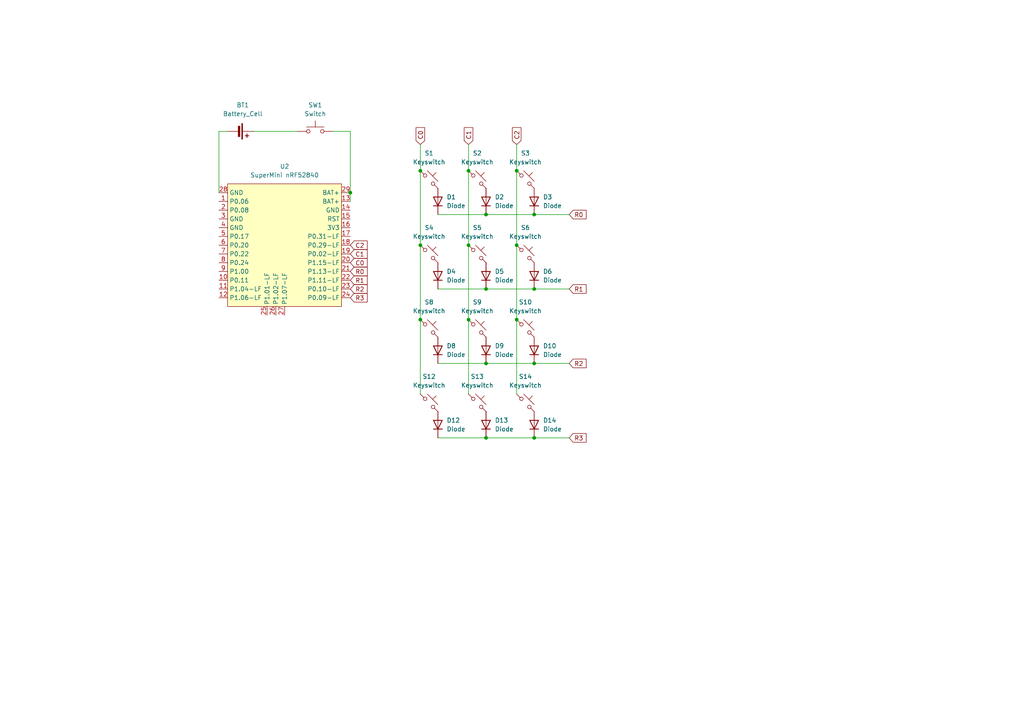
<source format=kicad_sch>
(kicad_sch (version 20250114) (generator "eeschema") (generator_version "9.0")
  (paper "A4")
  (lib_symbols
    (symbol "Device:Battery_Cell" (pin_numbers (hide yes)) (pin_names (offset 0) (hide yes))
      (property "Reference" "BT" (at 2.54 2.54 0))
      (property "Value" "Battery_Cell" (at 2.54 0 0))
      (symbol "Battery_Cell_0_1"
        (rectangle (start -2.286 1.778) (end 2.286 1.524) (fill (type outline)))
        (rectangle (start -1.524 1.016) (end 1.524 0.508) (fill (type outline)))
        (polyline (pts (xy 0 1.778) (xy 0 2.54)))
        (polyline (pts (xy 0 0.762) (xy 0 0)))
        (polyline (pts (xy 0.762 3.048) (xy 1.778 3.048)) (stroke (width 0.254)))
        (polyline (pts (xy 1.27 3.556) (xy 1.27 2.54)) (stroke (width 0.254)))
      )
      (symbol "Battery_Cell_1_1"
        (pin passive line (at 0 5.08 270) (length 2.54) (name "+") (number "1"))
        (pin passive line (at 0 -2.54 90) (length 2.54) (name "-") (number "2"))
      )
    )
    (symbol "PCM_marbastlib-promicroish:SuperMini_nRF52840" (in_bom no)
      (property "Reference" "U" (at 0 22.86 0))
      (property "Value" "SuperMini nRF52840" (at 0 20.32 0))
      (symbol "SuperMini_nRF52840_0_0"
        (pin bidirectional line (at -19.05 13.97 0) (length 2.54) (name "P0.06") (number "1"))
        (pin bidirectional line (at -19.05 11.43 0) (length 2.54) (name "P0.08") (number "2"))
        (pin power_out line (at -19.05 8.89 0) (length 2.54) (name "GND") (number "3"))
        (pin power_out line (at -19.05 6.35 0) (length 2.54) (name "GND") (number "4"))
        (pin bidirectional line (at -19.05 3.81 0) (length 2.54) (name "P0.17") (number "5"))
        (pin bidirectional line (at -19.05 1.27 0) (length 2.54) (name "P0.20") (number "6"))
        (pin bidirectional line (at -19.05 -1.27 0) (length 2.54) (name "P0.22") (number "7"))
        (pin bidirectional line (at -19.05 -3.81 0) (length 2.54) (name "P0.24") (number "8"))
        (pin bidirectional line (at -19.05 -6.35 0) (length 2.54) (name "P1.00") (number "9"))
        (pin bidirectional line (at -19.05 -8.89 0) (length 2.54) (name "P0.11") (number "10"))
        (pin bidirectional line (at -19.05 -11.43 0) (length 2.54) (name "P1.04-LF") (number "11"))
        (pin bidirectional line (at -19.05 -13.97 0) (length 2.54) (name "P1.06-LF") (number "12"))
        (pin power_out line (at 19.05 11.43 180) (length 2.54) (name "GND") (number "14"))
        (pin bidirectional line (at 19.05 8.89 180) (length 2.54) (name "RST") (number "15"))
        (pin bidirectional line (at 19.05 3.81 180) (length 2.54) (name "P0.31-LF") (number "17"))
        (pin bidirectional line (at 19.05 1.27 180) (length 2.54) (name "P0.29-LF") (number "18"))
        (pin bidirectional line (at 19.05 -1.27 180) (length 2.54) (name "P0.02-LF") (number "19"))
        (pin bidirectional line (at 19.05 -3.81 180) (length 2.54) (name "P1.15-LF") (number "20"))
        (pin bidirectional line (at 19.05 -6.35 180) (length 2.54) (name "P1.13-LF") (number "21"))
        (pin bidirectional line (at 19.05 -8.89 180) (length 2.54) (name "P1.11-LF") (number "22"))
        (pin bidirectional line (at 19.05 -13.97 180) (length 2.54) (name "P0.09-LF") (number "24"))
      )
      (symbol "SuperMini_nRF52840_1_0"
        (pin power_out line (at -19.05 16.51 0) (length 2.54) (name "GND") (number "28"))
        (pin bidirectional line (at -5.08 -19.05 90) (length 2.54) (name "P1.01-LF") (number "25"))
        (pin bidirectional line (at -2.54 -19.05 90) (length 2.54) (name "P1.02-LF") (number "26"))
        (pin bidirectional line (at 0 -19.05 90) (length 2.54) (name "P1.07-LF") (number "27"))
        (pin power_out line (at 19.05 16.51 180) (length 2.54) (name "BAT+") (number "29"))
        (pin power_out line (at 19.05 13.97 180) (length 2.54) (name "BAT+") (number "13"))
        (pin power_out line (at 19.05 6.35 180) (length 2.54) (name "3V3") (number "16"))
        (pin bidirectional line (at 19.05 -11.43 180) (length 2.54) (name "P0.10-LF") (number "23"))
      )
      (symbol "SuperMini_nRF52840_1_1"
        (rectangle (start -16.51 19.05) (end 16.51 -16.51) (fill (type background)))
      )
    )
    (symbol "ScottoKeebs:Placeholder_Diode" (pin_numbers (hide yes)) (pin_names (hide yes))
      (property "Reference" "D" (at 0 2.54 0))
      (property "Value" "Diode" (at 0 -2.54 0))
      (symbol "Placeholder_Diode_0_1"
        (polyline (pts (xy -1.27 1.27) (xy -1.27 -1.27)) (stroke (width 0.254)))
        (polyline (pts (xy 1.27 1.27) (xy 1.27 -1.27) (xy -1.27 0) (xy 1.27 1.27)) (stroke (width 0.254)))
        (polyline (pts (xy 1.27 0) (xy -1.27 0)))
      )
      (symbol "Placeholder_Diode_1_1"
        (pin passive line (at -3.81 0 0) (length 2.54) (name "K") (number "1"))
        (pin passive line (at 3.81 0 180) (length 2.54) (name "A") (number "2"))
      )
    )
    (symbol "ScottoKeebs:Placeholder_Keyswitch" (pin_numbers (hide yes)) (pin_names (offset 1.016) (hide yes))
      (property "Reference" "S" (at 3.048 1.016 0))
      (property "Value" "Keyswitch" (at 0 -3.81 0))
      (symbol "Placeholder_Keyswitch_0_1"
        (polyline (pts (xy -2.54 2.54) (xy -1.524 1.524) (xy -1.524 1.524)))
        (circle (center -1.1684 1.1684) (radius 0.508))
        (polyline (pts (xy -0.508 2.54) (xy 2.54 -0.508)))
        (polyline (pts (xy 1.016 1.016) (xy 2.032 2.032)))
        (circle (center 1.143 -1.1938) (radius 0.508))
        (polyline (pts (xy 1.524 -1.524) (xy 2.54 -2.54) (xy 2.54 -2.54) (xy 2.54 -2.54)))
        (pin passive line (at -2.54 2.54 0) (length 0) (name "1") (number "1"))
        (pin passive line (at 2.54 -2.54 180) (length 0) (name "2") (number "2"))
      )
    )
    (symbol "ScottoKeebs:Placeholder_Switch" (pin_numbers (hide yes)) (pin_names (offset 1.016) (hide yes))
      (property "Reference" "SW" (at 1.27 2.54 0))
      (property "Value" "Switch" (at 0 -1.524 0))
      (symbol "Placeholder_Switch_0_1"
        (circle (center -2.032 0) (radius 0.508))
        (polyline (pts (xy 0 1.27) (xy 0 3.048)))
        (circle (center 2.032 0) (radius 0.508))
        (polyline (pts (xy 2.54 1.27) (xy -2.54 1.27)))
        (pin passive line (at -5.08 0 0) (length 2.54) (name "1") (number "1"))
        (pin passive line (at 5.08 0 180) (length 2.54) (name "2") (number "2"))
      )
    )
  )
  (junction (at 149.86 71.12))
  (junction (at 140.97 105.41))
  (junction (at 154.94 83.82))
  (junction (at 135.89 71.12))
  (junction (at 154.94 105.41))
  (junction (at 140.97 62.23))
  (junction (at 154.94 62.23))
  (junction (at 121.92 71.12))
  (junction (at 135.89 92.71))
  (junction (at 140.97 127))
  (junction (at 121.92 92.71))
  (junction (at 149.86 49.53))
  (junction (at 101.6 55.88))
  (junction (at 140.97 83.82))
  (junction (at 154.94 127))
  (junction (at 149.86 92.71))
  (junction (at 135.89 49.53))
  (junction (at 121.92 49.53))
  (wire (pts (xy 127 105.41) (xy 140.97 105.41)))
  (wire (pts (xy 149.86 49.53) (xy 149.86 71.12)))
  (wire (pts (xy 140.97 127) (xy 154.94 127)))
  (wire (pts (xy 121.92 71.12) (xy 121.92 92.71)))
  (wire (pts (xy 101.6 55.88) (xy 101.6 58.42)))
  (wire (pts (xy 127 83.82) (xy 140.97 83.82)))
  (wire (pts (xy 165.1 83.82) (xy 154.94 83.82)))
  (wire (pts (xy 165.1 105.41) (xy 154.94 105.41)))
  (wire (pts (xy 149.86 92.71) (xy 149.86 114.3)))
  (wire (pts (xy 140.97 83.82) (xy 154.94 83.82)))
  (wire (pts (xy 66.04 38.1) (xy 63.5 38.1)))
  (wire (pts (xy 135.89 71.12) (xy 135.89 92.71)))
  (wire (pts (xy 127 62.23) (xy 140.97 62.23)))
  (wire (pts (xy 121.92 92.71) (xy 121.92 114.3)))
  (wire (pts (xy 63.5 38.1) (xy 63.5 55.88)))
  (wire (pts (xy 135.89 92.71) (xy 135.89 114.3)))
  (wire (pts (xy 135.89 49.53) (xy 135.89 71.12)))
  (wire (pts (xy 140.97 105.41) (xy 154.94 105.41)))
  (wire (pts (xy 165.1 62.23) (xy 154.94 62.23)))
  (wire (pts (xy 149.86 41.91) (xy 149.86 49.53)))
  (wire (pts (xy 96.52 38.1) (xy 101.6 38.1)))
  (wire (pts (xy 127 127) (xy 140.97 127)))
  (wire (pts (xy 149.86 71.12) (xy 149.86 92.71)))
  (wire (pts (xy 101.6 38.1) (xy 101.6 55.88)))
  (wire (pts (xy 121.92 41.91) (xy 121.92 49.53)))
  (wire (pts (xy 165.1 127) (xy 154.94 127)))
  (wire (pts (xy 135.89 41.91) (xy 135.89 49.53)))
  (wire (pts (xy 140.97 62.23) (xy 154.94 62.23)))
  (wire (pts (xy 73.66 38.1) (xy 86.36 38.1)))
  (wire (pts (xy 121.92 49.53) (xy 121.92 71.12)))
  (global_label "C0" (shape input) (at 121.92 41.91 90) (property "Intersheetrefs" "${INTERSHEET_REFS}" (effects (hide yes))))
  (global_label "R1" (shape input) (at 101.6 81.28 0) (property "Intersheetrefs" "${INTERSHEET_REFS}" (effects (hide yes))))
  (global_label "R3" (shape input) (at 165.1 127 0) (property "Intersheetrefs" "${INTERSHEET_REFS}" (effects (hide yes))))
  (global_label "R0" (shape input) (at 165.1 62.23 0) (property "Intersheetrefs" "${INTERSHEET_REFS}" (effects (hide yes))))
  (global_label "R2" (shape input) (at 165.1 105.41 0) (property "Intersheetrefs" "${INTERSHEET_REFS}" (effects (hide yes))))
  (global_label "C2" (shape input) (at 149.86 41.91 90) (property "Intersheetrefs" "${INTERSHEET_REFS}" (effects (hide yes))))
  (global_label "C1" (shape input) (at 101.6 73.66 0) (property "Intersheetrefs" "${INTERSHEET_REFS}" (effects (hide yes))))
  (global_label "C2" (shape input) (at 101.6 71.12 0) (property "Intersheetrefs" "${INTERSHEET_REFS}" (effects (hide yes))))
  (global_label "R3" (shape input) (at 101.6 86.36 0) (property "Intersheetrefs" "${INTERSHEET_REFS}" (effects (hide yes))))
  (global_label "C0" (shape input) (at 101.6 76.2 0) (property "Intersheetrefs" "${INTERSHEET_REFS}" (effects (hide yes))))
  (global_label "R0" (shape input) (at 101.6 78.74 0) (property "Intersheetrefs" "${INTERSHEET_REFS}" (effects (hide yes))))
  (global_label "R1" (shape input) (at 165.1 83.82 0) (property "Intersheetrefs" "${INTERSHEET_REFS}" (effects (hide yes))))
  (global_label "C1" (shape input) (at 135.89 41.91 90) (property "Intersheetrefs" "${INTERSHEET_REFS}" (effects (hide yes))))
  (global_label "R2" (shape input) (at 101.6 83.82 0) (property "Intersheetrefs" "${INTERSHEET_REFS}" (effects (hide yes))))
  (symbol (lib_id "ScottoKeebs:Placeholder_Diode") (at 140.97 123.19 90) (unit 1)
    (property "Reference" "D13" (at 143.51 121.9199 90) (effects (justify right)))
    (property "Value" "Diode" (at 143.51 124.4599 90) (effects (justify right)))
    (property "Footprint" "ScottoKeebs_Components:Diode_DO-35" (effects (hide yes)))
    (property "Description" "1N4148 (DO-35) or 1N4148W (SOD-123)" (effects (hide yes)))
    (property "Sim.Device" "D" (effects (hide yes)))
    (property "Sim.Pins" "1=K 2=A" (effects (hide yes)))
  )
  (symbol (lib_id "ScottoKeebs:Placeholder_Switch") (at 91.44 38.1 0) (unit 1)
    (property "Reference" "SW1" (at 91.44 30.48 0))
    (property "Value" "Switch" (at 91.44 33.02 0))
    (property "Footprint" "josh_custom:1test slide switch" (effects (hide yes)))
    (property "Description" "Push button switch, generic, two pins" (effects (hide yes)))
  )
  (symbol (lib_id "ScottoKeebs:Placeholder_Keyswitch") (at 152.4 52.07 0) (unit 1)
    (property "Reference" "S3" (at 152.4 44.45 0))
    (property "Value" "Keyswitch" (at 152.4 46.99 0))
    (property "Footprint" "ScottoKeebs_Hotswap:Hotswap_MX_1.00u" (effects (hide yes)))
    (property "Description" "Push button switch, normally open, two pins, 45° tilted" (effects (hide yes)))
  )
  (symbol (lib_id "ScottoKeebs:Placeholder_Diode") (at 127 101.6 90) (unit 1)
    (property "Reference" "D8" (at 129.54 100.3299 90) (effects (justify right)))
    (property "Value" "Diode" (at 129.54 102.8699 90) (effects (justify right)))
    (property "Footprint" "ScottoKeebs_Components:Diode_DO-35" (effects (hide yes)))
    (property "Description" "1N4148 (DO-35) or 1N4148W (SOD-123)" (effects (hide yes)))
    (property "Sim.Device" "D" (effects (hide yes)))
    (property "Sim.Pins" "1=K 2=A" (effects (hide yes)))
  )
  (symbol (lib_id "ScottoKeebs:Placeholder_Diode") (at 140.97 80.01 90) (unit 1)
    (property "Reference" "D5" (at 143.51 78.7399 90) (effects (justify right)))
    (property "Value" "Diode" (at 143.51 81.2799 90) (effects (justify right)))
    (property "Footprint" "ScottoKeebs_Components:Diode_DO-35" (effects (hide yes)))
    (property "Description" "1N4148 (DO-35) or 1N4148W (SOD-123)" (effects (hide yes)))
    (property "Sim.Device" "D" (effects (hide yes)))
    (property "Sim.Pins" "1=K 2=A" (effects (hide yes)))
  )
  (symbol (lib_id "ScottoKeebs:Placeholder_Diode") (at 154.94 123.19 90) (unit 1)
    (property "Reference" "D14" (at 157.48 121.9199 90) (effects (justify right)))
    (property "Value" "Diode" (at 157.48 124.4599 90) (effects (justify right)))
    (property "Footprint" "ScottoKeebs_Components:Diode_DO-35" (effects (hide yes)))
    (property "Description" "1N4148 (DO-35) or 1N4148W (SOD-123)" (effects (hide yes)))
    (property "Sim.Device" "D" (effects (hide yes)))
    (property "Sim.Pins" "1=K 2=A" (effects (hide yes)))
  )
  (symbol (lib_id "ScottoKeebs:Placeholder_Diode") (at 127 80.01 90) (unit 1)
    (property "Reference" "D4" (at 129.54 78.7399 90) (effects (justify right)))
    (property "Value" "Diode" (at 129.54 81.2799 90) (effects (justify right)))
    (property "Footprint" "ScottoKeebs_Components:Diode_DO-35" (effects (hide yes)))
    (property "Description" "1N4148 (DO-35) or 1N4148W (SOD-123)" (effects (hide yes)))
    (property "Sim.Device" "D" (effects (hide yes)))
    (property "Sim.Pins" "1=K 2=A" (effects (hide yes)))
  )
  (symbol (lib_id "ScottoKeebs:Placeholder_Keyswitch") (at 138.43 95.25 0) (unit 1)
    (property "Reference" "S9" (at 138.43 87.63 0))
    (property "Value" "Keyswitch" (at 138.43 90.17 0))
    (property "Footprint" "ScottoKeebs_Hotswap:Hotswap_MX_1.00u" (effects (hide yes)))
    (property "Description" "Push button switch, normally open, two pins, 45° tilted" (effects (hide yes)))
  )
  (symbol (lib_id "ScottoKeebs:Placeholder_Keyswitch") (at 124.46 73.66 0) (unit 1)
    (property "Reference" "S4" (at 124.46 66.04 0))
    (property "Value" "Keyswitch" (at 124.46 68.58 0))
    (property "Footprint" "ScottoKeebs_Hotswap:Hotswap_MX_1.00u" (effects (hide yes)))
    (property "Description" "Push button switch, normally open, two pins, 45° tilted" (effects (hide yes)))
  )
  (symbol (lib_id "ScottoKeebs:Placeholder_Keyswitch") (at 138.43 73.66 0) (unit 1)
    (property "Reference" "S5" (at 138.43 66.04 0))
    (property "Value" "Keyswitch" (at 138.43 68.58 0))
    (property "Footprint" "ScottoKeebs_Hotswap:Hotswap_MX_1.00u" (effects (hide yes)))
    (property "Description" "Push button switch, normally open, two pins, 45° tilted" (effects (hide yes)))
  )
  (symbol (lib_id "ScottoKeebs:Placeholder_Keyswitch") (at 124.46 52.07 0) (unit 1)
    (property "Reference" "S1" (at 124.46 44.45 0))
    (property "Value" "Keyswitch" (at 124.46 46.99 0))
    (property "Footprint" "ScottoKeebs_Hotswap:Hotswap_MX_1.00u" (effects (hide yes)))
    (property "Description" "Push button switch, normally open, two pins, 45° tilted" (effects (hide yes)))
  )
  (symbol (lib_id "ScottoKeebs:Placeholder_Diode") (at 154.94 58.42 90) (unit 1)
    (property "Reference" "D3" (at 157.48 57.1499 90) (effects (justify right)))
    (property "Value" "Diode" (at 157.48 59.6899 90) (effects (justify right)))
    (property "Footprint" "ScottoKeebs_Components:Diode_DO-35" (effects (hide yes)))
    (property "Description" "1N4148 (DO-35) or 1N4148W (SOD-123)" (effects (hide yes)))
    (property "Sim.Device" "D" (effects (hide yes)))
    (property "Sim.Pins" "1=K 2=A" (effects (hide yes)))
  )
  (symbol (lib_id "PCM_marbastlib-promicroish:SuperMini_nRF52840") (at 82.55 72.39 0) (unit 1) (in_bom no)
    (property "Reference" "U2" (at 82.55 48.26 0))
    (property "Value" "SuperMini nRF52840" (at 82.55 50.8 0))
    (property "Footprint" "PCM_marbastlib-xp-promicroish:SuperMini_nRF52840_AH_USBup" (effects (hide yes)))
    (property "Datasheet" "https://wiki.icbbuy.com/doku.php?id=developmentboard:nrf52840" (effects (hide yes)))
    (property "Description" "Symbol for an nicekeyboards nice!nano" (effects (hide yes)))
  )
  (symbol (lib_id "ScottoKeebs:Placeholder_Keyswitch") (at 152.4 73.66 0) (unit 1)
    (property "Reference" "S6" (at 152.4 66.04 0))
    (property "Value" "Keyswitch" (at 152.4 68.58 0))
    (property "Footprint" "ScottoKeebs_Hotswap:Hotswap_MX_1.00u" (effects (hide yes)))
    (property "Description" "Push button switch, normally open, two pins, 45° tilted" (effects (hide yes)))
  )
  (symbol (lib_id "ScottoKeebs:Placeholder_Diode") (at 154.94 80.01 90) (unit 1)
    (property "Reference" "D6" (at 157.48 78.7399 90) (effects (justify right)))
    (property "Value" "Diode" (at 157.48 81.2799 90) (effects (justify right)))
    (property "Footprint" "ScottoKeebs_Components:Diode_DO-35" (effects (hide yes)))
    (property "Description" "1N4148 (DO-35) or 1N4148W (SOD-123)" (effects (hide yes)))
    (property "Sim.Device" "D" (effects (hide yes)))
    (property "Sim.Pins" "1=K 2=A" (effects (hide yes)))
  )
  (symbol (lib_id "ScottoKeebs:Placeholder_Keyswitch") (at 138.43 52.07 0) (unit 1)
    (property "Reference" "S2" (at 138.43 44.45 0))
    (property "Value" "Keyswitch" (at 138.43 46.99 0))
    (property "Footprint" "ScottoKeebs_Hotswap:Hotswap_MX_1.00u" (effects (hide yes)))
    (property "Description" "Push button switch, normally open, two pins, 45° tilted" (effects (hide yes)))
  )
  (symbol (lib_id "ScottoKeebs:Placeholder_Keyswitch") (at 124.46 95.25 0) (unit 1)
    (property "Reference" "S8" (at 124.46 87.63 0))
    (property "Value" "Keyswitch" (at 124.46 90.17 0))
    (property "Footprint" "ScottoKeebs_Hotswap:Hotswap_MX_1.00u" (effects (hide yes)))
    (property "Description" "Push button switch, normally open, two pins, 45° tilted" (effects (hide yes)))
  )
  (symbol (lib_id "Device:Battery_Cell") (at 68.58 38.1 270) (unit 1)
    (property "Reference" "BT1" (at 70.4215 30.48 90))
    (property "Value" "Battery_Cell" (at 70.4215 33.02 90))
    (property "Footprint" "Connector_JST:JST_PH_S2B-PH-K_1x02_P2.00mm_Horizontal" (effects (hide yes)))
    (property "Description" "Single-cell battery" (effects (hide yes)))
  )
  (symbol (lib_id "ScottoKeebs:Placeholder_Keyswitch") (at 152.4 95.25 0) (unit 1)
    (property "Reference" "S10" (at 152.4 87.63 0))
    (property "Value" "Keyswitch" (at 152.4 90.17 0))
    (property "Footprint" "ScottoKeebs_Hotswap:Hotswap_MX_1.00u" (effects (hide yes)))
    (property "Description" "Push button switch, normally open, two pins, 45° tilted" (effects (hide yes)))
  )
  (symbol (lib_id "ScottoKeebs:Placeholder_Diode") (at 127 123.19 90) (unit 1)
    (property "Reference" "D12" (at 129.54 121.9199 90) (effects (justify right)))
    (property "Value" "Diode" (at 129.54 124.4599 90) (effects (justify right)))
    (property "Footprint" "ScottoKeebs_Components:Diode_DO-35" (effects (hide yes)))
    (property "Description" "1N4148 (DO-35) or 1N4148W (SOD-123)" (effects (hide yes)))
    (property "Sim.Device" "D" (effects (hide yes)))
    (property "Sim.Pins" "1=K 2=A" (effects (hide yes)))
  )
  (symbol (lib_id "ScottoKeebs:Placeholder_Diode") (at 140.97 58.42 90) (unit 1)
    (property "Reference" "D2" (at 143.51 57.1499 90) (effects (justify right)))
    (property "Value" "Diode" (at 143.51 59.6899 90) (effects (justify right)))
    (property "Footprint" "ScottoKeebs_Components:Diode_DO-35" (effects (hide yes)))
    (property "Description" "1N4148 (DO-35) or 1N4148W (SOD-123)" (effects (hide yes)))
    (property "Sim.Device" "D" (effects (hide yes)))
    (property "Sim.Pins" "1=K 2=A" (effects (hide yes)))
  )
  (symbol (lib_id "ScottoKeebs:Placeholder_Keyswitch") (at 124.46 116.84 0) (unit 1)
    (property "Reference" "S12" (at 124.46 109.22 0))
    (property "Value" "Keyswitch" (at 124.46 111.76 0))
    (property "Footprint" "ScottoKeebs_Hotswap:Hotswap_MX_1.00u" (effects (hide yes)))
    (property "Description" "Push button switch, normally open, two pins, 45° tilted" (effects (hide yes)))
  )
  (symbol (lib_id "ScottoKeebs:Placeholder_Diode") (at 127 58.42 90) (unit 1)
    (property "Reference" "D1" (at 129.54 57.1499 90) (effects (justify right)))
    (property "Value" "Diode" (at 129.54 59.6899 90) (effects (justify right)))
    (property "Footprint" "ScottoKeebs_Components:Diode_DO-35" (effects (hide yes)))
    (property "Description" "1N4148 (DO-35) or 1N4148W (SOD-123)" (effects (hide yes)))
    (property "Sim.Device" "D" (effects (hide yes)))
    (property "Sim.Pins" "1=K 2=A" (effects (hide yes)))
  )
  (symbol (lib_id "ScottoKeebs:Placeholder_Keyswitch") (at 152.4 116.84 0) (unit 1)
    (property "Reference" "S14" (at 152.4 109.22 0))
    (property "Value" "Keyswitch" (at 152.4 111.76 0))
    (property "Footprint" "ScottoKeebs_Hotswap:Hotswap_MX_1.00u" (effects (hide yes)))
    (property "Description" "Push button switch, normally open, two pins, 45° tilted" (effects (hide yes)))
  )
  (symbol (lib_id "ScottoKeebs:Placeholder_Diode") (at 154.94 101.6 90) (unit 1)
    (property "Reference" "D10" (at 157.48 100.3299 90) (effects (justify right)))
    (property "Value" "Diode" (at 157.48 102.8699 90) (effects (justify right)))
    (property "Footprint" "ScottoKeebs_Components:Diode_DO-35" (effects (hide yes)))
    (property "Description" "1N4148 (DO-35) or 1N4148W (SOD-123)" (effects (hide yes)))
    (property "Sim.Device" "D" (effects (hide yes)))
    (property "Sim.Pins" "1=K 2=A" (effects (hide yes)))
  )
  (symbol (lib_id "ScottoKeebs:Placeholder_Keyswitch") (at 138.43 116.84 0) (unit 1)
    (property "Reference" "S13" (at 138.43 109.22 0))
    (property "Value" "Keyswitch" (at 138.43 111.76 0))
    (property "Footprint" "ScottoKeebs_Hotswap:Hotswap_MX_1.00u" (effects (hide yes)))
    (property "Description" "Push button switch, normally open, two pins, 45° tilted" (effects (hide yes)))
  )
  (symbol (lib_id "ScottoKeebs:Placeholder_Diode") (at 140.97 101.6 90) (unit 1)
    (property "Reference" "D9" (at 143.51 100.3299 90) (effects (justify right)))
    (property "Value" "Diode" (at 143.51 102.8699 90) (effects (justify right)))
    (property "Footprint" "ScottoKeebs_Components:Diode_DO-35" (effects (hide yes)))
    (property "Description" "1N4148 (DO-35) or 1N4148W (SOD-123)" (effects (hide yes)))
    (property "Sim.Device" "D" (effects (hide yes)))
    (property "Sim.Pins" "1=K 2=A" (effects (hide yes)))
  )
)
</source>
